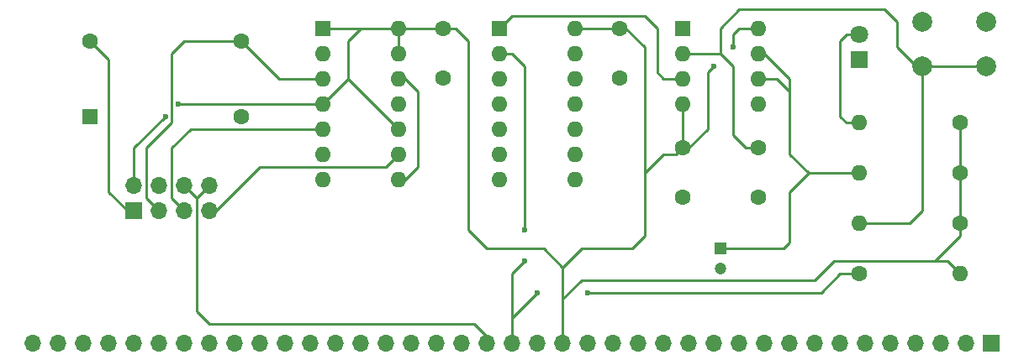
<source format=gtl>
G04 #@! TF.FileFunction,Copper,L1,Top,Signal*
%FSLAX46Y46*%
G04 Gerber Fmt 4.6, Leading zero omitted, Abs format (unit mm)*
G04 Created by KiCad (PCBNEW 4.0.6) date 06/10/17 19:53:39*
%MOMM*%
%LPD*%
G01*
G04 APERTURE LIST*
%ADD10C,0.100000*%
%ADD11C,1.600000*%
%ADD12O,1.600000X1.600000*%
%ADD13C,2.000000*%
%ADD14R,1.600000X1.600000*%
%ADD15R,1.200000X1.200000*%
%ADD16C,1.200000*%
%ADD17R,1.700000X1.700000*%
%ADD18O,1.700000X1.700000*%
%ADD19R,1.800000X1.800000*%
%ADD20C,1.800000*%
%ADD21C,0.600000*%
%ADD22C,0.250000*%
G04 APERTURE END LIST*
D10*
D11*
X187325000Y-133985000D03*
D12*
X177165000Y-133985000D03*
D11*
X187325000Y-128905000D03*
D12*
X177165000Y-128905000D03*
D13*
X183515000Y-118165000D03*
X183515000Y-113665000D03*
X190015000Y-118165000D03*
X190015000Y-113665000D03*
D14*
X159385000Y-114300000D03*
D12*
X167005000Y-121920000D03*
X159385000Y-116840000D03*
X167005000Y-119380000D03*
X159385000Y-119380000D03*
X167005000Y-116840000D03*
X159385000Y-121920000D03*
X167005000Y-114300000D03*
D14*
X140970000Y-114300000D03*
D12*
X148590000Y-129540000D03*
X140970000Y-116840000D03*
X148590000Y-127000000D03*
X140970000Y-119380000D03*
X148590000Y-124460000D03*
X140970000Y-121920000D03*
X148590000Y-121920000D03*
X140970000Y-124460000D03*
X148590000Y-119380000D03*
X140970000Y-127000000D03*
X148590000Y-116840000D03*
X140970000Y-129540000D03*
X148590000Y-114300000D03*
D15*
X163195000Y-136525000D03*
D16*
X163195000Y-138525000D03*
D11*
X177165000Y-139065000D03*
D12*
X187325000Y-139065000D03*
D14*
X99695000Y-123190000D03*
D11*
X99695000Y-115570000D03*
X114935000Y-115570000D03*
X114935000Y-123190000D03*
D17*
X190500000Y-146050000D03*
D18*
X187960000Y-146050000D03*
X185420000Y-146050000D03*
X182880000Y-146050000D03*
X180340000Y-146050000D03*
X177800000Y-146050000D03*
X175260000Y-146050000D03*
X172720000Y-146050000D03*
X170180000Y-146050000D03*
X167640000Y-146050000D03*
X165100000Y-146050000D03*
X162560000Y-146050000D03*
X160020000Y-146050000D03*
X157480000Y-146050000D03*
X154940000Y-146050000D03*
X152400000Y-146050000D03*
X149860000Y-146050000D03*
X147320000Y-146050000D03*
X144780000Y-146050000D03*
X142240000Y-146050000D03*
X139700000Y-146050000D03*
X137160000Y-146050000D03*
X134620000Y-146050000D03*
X132080000Y-146050000D03*
X129540000Y-146050000D03*
X127000000Y-146050000D03*
X124460000Y-146050000D03*
X121920000Y-146050000D03*
X119380000Y-146050000D03*
X116840000Y-146050000D03*
X114300000Y-146050000D03*
X111760000Y-146050000D03*
X109220000Y-146050000D03*
X106680000Y-146050000D03*
X104140000Y-146050000D03*
X101600000Y-146050000D03*
X99060000Y-146050000D03*
X96520000Y-146050000D03*
X93980000Y-146050000D03*
D14*
X123190000Y-114300000D03*
D12*
X130810000Y-129540000D03*
X123190000Y-116840000D03*
X130810000Y-127000000D03*
X123190000Y-119380000D03*
X130810000Y-124460000D03*
X123190000Y-121920000D03*
X130810000Y-121920000D03*
X123190000Y-124460000D03*
X130810000Y-119380000D03*
X123190000Y-127000000D03*
X130810000Y-116840000D03*
X123190000Y-129540000D03*
X130810000Y-114300000D03*
D11*
X167005000Y-126365000D03*
X167005000Y-131365000D03*
X159385000Y-126365000D03*
X159385000Y-131365000D03*
X153035000Y-114300000D03*
X153035000Y-119300000D03*
X135255000Y-114300000D03*
X135255000Y-119300000D03*
D19*
X177165000Y-117475000D03*
D20*
X177165000Y-114935000D03*
D17*
X104140000Y-132715000D03*
D18*
X104140000Y-130175000D03*
X106680000Y-132715000D03*
X106680000Y-130175000D03*
X109220000Y-132715000D03*
X109220000Y-130175000D03*
X111760000Y-132715000D03*
X111760000Y-130175000D03*
D11*
X187325000Y-123825000D03*
D12*
X177165000Y-123825000D03*
D21*
X162560000Y-118110000D03*
X164465000Y-116205000D03*
X107315000Y-123190000D03*
X108585000Y-121920000D03*
X144780000Y-140970000D03*
X149860000Y-140970000D03*
X143510000Y-134620000D03*
X143510000Y-137795000D03*
D22*
X190015000Y-118165000D02*
X183515000Y-118165000D01*
X177165000Y-133985000D02*
X182245000Y-133985000D01*
X183515000Y-132715000D02*
X183515000Y-118165000D01*
X182245000Y-133985000D02*
X183515000Y-132715000D01*
X183515000Y-118165000D02*
X182935000Y-118165000D01*
X182935000Y-118165000D02*
X180975000Y-116205000D01*
X180975000Y-116205000D02*
X180975000Y-113665000D01*
X180975000Y-113665000D02*
X179705000Y-112395000D01*
X179705000Y-112395000D02*
X165100000Y-112395000D01*
X165100000Y-112395000D02*
X163195000Y-114300000D01*
X163195000Y-114300000D02*
X163195000Y-116840000D01*
X167005000Y-126365000D02*
X165735000Y-126365000D01*
X163195000Y-116840000D02*
X159385000Y-116840000D01*
X164465000Y-118110000D02*
X163195000Y-116840000D01*
X164465000Y-125095000D02*
X164465000Y-118110000D01*
X165735000Y-126365000D02*
X164465000Y-125095000D01*
X163195000Y-136525000D02*
X169545000Y-136525000D01*
X170180000Y-130810000D02*
X172085000Y-128905000D01*
X170180000Y-135890000D02*
X170180000Y-130810000D01*
X169545000Y-136525000D02*
X170180000Y-135890000D01*
X167005000Y-119380000D02*
X168910000Y-119380000D01*
X168910000Y-119380000D02*
X170180000Y-120650000D01*
X167005000Y-116840000D02*
X167640000Y-116840000D01*
X167640000Y-116840000D02*
X170180000Y-119380000D01*
X170180000Y-119380000D02*
X170180000Y-120650000D01*
X170180000Y-120650000D02*
X170180000Y-127000000D01*
X170180000Y-127000000D02*
X172085000Y-128905000D01*
X172085000Y-128905000D02*
X177165000Y-128905000D01*
X167005000Y-114300000D02*
X165100000Y-114300000D01*
X161925000Y-124460000D02*
X160020000Y-126365000D01*
X161925000Y-118745000D02*
X161925000Y-124460000D01*
X162560000Y-118110000D02*
X161925000Y-118745000D01*
X164465000Y-114935000D02*
X164465000Y-116205000D01*
X165100000Y-114300000D02*
X164465000Y-114935000D01*
X160020000Y-126365000D02*
X159385000Y-126365000D01*
X187325000Y-128905000D02*
X187325000Y-123825000D01*
X187325000Y-133985000D02*
X187325000Y-128905000D01*
X184785000Y-137795000D02*
X186055000Y-137795000D01*
X186055000Y-137795000D02*
X187325000Y-139065000D01*
X147320000Y-141605000D02*
X149225000Y-139700000D01*
X187325000Y-135255000D02*
X187325000Y-133985000D01*
X184785000Y-137795000D02*
X187325000Y-135255000D01*
X174625000Y-137795000D02*
X184785000Y-137795000D01*
X172720000Y-139700000D02*
X174625000Y-137795000D01*
X149225000Y-139700000D02*
X172720000Y-139700000D01*
X159385000Y-121920000D02*
X159385000Y-126365000D01*
X159385000Y-126365000D02*
X158750000Y-127000000D01*
X158750000Y-127000000D02*
X157480000Y-127000000D01*
X157480000Y-127000000D02*
X155575000Y-128905000D01*
X153035000Y-114300000D02*
X153670000Y-114300000D01*
X153670000Y-114300000D02*
X155575000Y-116205000D01*
X155575000Y-116205000D02*
X155575000Y-123190000D01*
X155575000Y-123190000D02*
X155575000Y-127635000D01*
X155575000Y-127635000D02*
X155575000Y-128905000D01*
X155575000Y-128905000D02*
X155575000Y-135255000D01*
X155575000Y-135255000D02*
X154305000Y-136525000D01*
X154305000Y-136525000D02*
X149225000Y-136525000D01*
X149225000Y-136525000D02*
X147320000Y-138430000D01*
X147320000Y-146050000D02*
X147320000Y-141605000D01*
X147320000Y-141605000D02*
X147320000Y-138430000D01*
X139700000Y-136525000D02*
X137795000Y-134620000D01*
X140335000Y-136525000D02*
X139700000Y-136525000D01*
X145415000Y-136525000D02*
X140335000Y-136525000D01*
X147320000Y-138430000D02*
X145415000Y-136525000D01*
X123190000Y-121920000D02*
X112395000Y-121920000D01*
X104140000Y-126365000D02*
X104140000Y-130175000D01*
X107315000Y-123190000D02*
X104140000Y-126365000D01*
X112395000Y-121920000D02*
X108585000Y-121920000D01*
X147320000Y-146050000D02*
X147320000Y-145415000D01*
X137795000Y-134620000D02*
X137795000Y-115570000D01*
X136525000Y-114300000D02*
X135255000Y-114300000D01*
X137795000Y-115570000D02*
X136525000Y-114300000D01*
X125730000Y-119380000D02*
X130810000Y-124460000D01*
X130810000Y-114300000D02*
X130810000Y-116840000D01*
X127000000Y-114300000D02*
X125730000Y-115570000D01*
X125730000Y-119380000D02*
X123190000Y-121920000D01*
X125730000Y-115570000D02*
X125730000Y-119380000D01*
X123190000Y-114300000D02*
X127000000Y-114300000D01*
X127000000Y-114300000D02*
X130810000Y-114300000D01*
X135255000Y-114300000D02*
X130810000Y-114300000D01*
X148590000Y-114300000D02*
X152400000Y-114300000D01*
X177165000Y-139065000D02*
X175260000Y-139065000D01*
X144780000Y-140970000D02*
X142240000Y-143510000D01*
X173355000Y-140970000D02*
X149860000Y-140970000D01*
X175260000Y-139065000D02*
X173355000Y-140970000D01*
X142240000Y-146050000D02*
X142240000Y-143510000D01*
X142240000Y-143510000D02*
X142240000Y-139065000D01*
X142240000Y-116840000D02*
X140970000Y-116840000D01*
X143510000Y-118110000D02*
X142240000Y-116840000D01*
X143510000Y-134620000D02*
X143510000Y-118110000D01*
X142240000Y-139065000D02*
X143510000Y-137795000D01*
X159385000Y-119380000D02*
X157480000Y-119380000D01*
X142240000Y-113030000D02*
X140970000Y-114300000D01*
X155575000Y-113030000D02*
X142240000Y-113030000D01*
X156845000Y-114300000D02*
X155575000Y-113030000D01*
X156845000Y-118745000D02*
X156845000Y-114300000D01*
X157480000Y-119380000D02*
X156845000Y-118745000D01*
X111760000Y-130175000D02*
X110490000Y-131445000D01*
X109220000Y-130175000D02*
X110490000Y-131445000D01*
X138430000Y-144145000D02*
X139700000Y-145415000D01*
X115570000Y-144145000D02*
X138430000Y-144145000D01*
X110490000Y-131445000D02*
X110490000Y-142875000D01*
X110490000Y-142875000D02*
X111760000Y-144145000D01*
X111760000Y-144145000D02*
X115570000Y-144145000D01*
X139700000Y-145415000D02*
X139700000Y-146050000D01*
X106680000Y-132715000D02*
X105410000Y-131445000D01*
X105410000Y-126365000D02*
X107950000Y-123825000D01*
X105410000Y-131445000D02*
X105410000Y-126365000D01*
X109220000Y-115570000D02*
X107950000Y-116840000D01*
X107950000Y-123825000D02*
X107950000Y-116840000D01*
X109220000Y-115570000D02*
X114935000Y-115570000D01*
X123190000Y-119380000D02*
X118745000Y-119380000D01*
X118745000Y-119380000D02*
X114935000Y-115570000D01*
X109220000Y-132715000D02*
X107950000Y-131445000D01*
X109855000Y-124460000D02*
X111760000Y-124460000D01*
X107950000Y-126365000D02*
X109855000Y-124460000D01*
X107950000Y-131445000D02*
X107950000Y-126365000D01*
X111760000Y-124460000D02*
X123190000Y-124460000D01*
X111760000Y-132715000D02*
X112395000Y-132715000D01*
X112395000Y-132715000D02*
X116840000Y-128270000D01*
X130810000Y-127000000D02*
X129540000Y-128270000D01*
X129540000Y-128270000D02*
X116840000Y-128270000D01*
X130810000Y-129540000D02*
X131445000Y-129540000D01*
X131445000Y-129540000D02*
X132715000Y-128270000D01*
X132715000Y-128270000D02*
X132715000Y-127635000D01*
X132715000Y-120650000D02*
X131445000Y-119380000D01*
X132715000Y-127635000D02*
X132715000Y-120650000D01*
X131445000Y-119380000D02*
X130810000Y-119380000D01*
X104140000Y-132715000D02*
X103505000Y-132715000D01*
X103505000Y-132715000D02*
X101600000Y-130810000D01*
X101600000Y-117475000D02*
X99695000Y-115570000D01*
X101600000Y-130810000D02*
X101600000Y-117475000D01*
X177165000Y-114935000D02*
X175895000Y-114935000D01*
X175260000Y-115570000D02*
X175260000Y-116205000D01*
X175895000Y-114935000D02*
X175260000Y-115570000D01*
X177165000Y-123825000D02*
X175895000Y-123825000D01*
X175260000Y-121920000D02*
X175260000Y-116205000D01*
X175895000Y-123825000D02*
X175260000Y-123190000D01*
X175260000Y-123190000D02*
X175260000Y-121920000D01*
X176530000Y-114935000D02*
X177165000Y-114935000D01*
M02*

</source>
